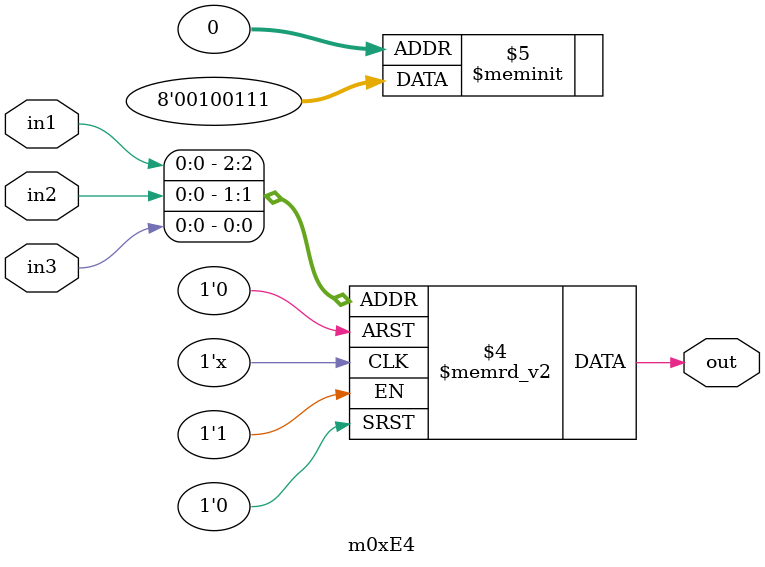
<source format=v>
module m0xE4(output out, input in1, in2, in3);

   always @(in1, in2, in3)
     begin
        case({in1, in2, in3})
          3'b000: {out} = 1'b1;
          3'b001: {out} = 1'b1;
          3'b010: {out} = 1'b1;
          3'b011: {out} = 1'b0;
          3'b100: {out} = 1'b0;
          3'b101: {out} = 1'b1;
          3'b110: {out} = 1'b0;
          3'b111: {out} = 1'b0;
        endcase // case ({in1, in2, in3})
     end // always @ (in1, in2, in3)

endmodule // m0xE4
</source>
